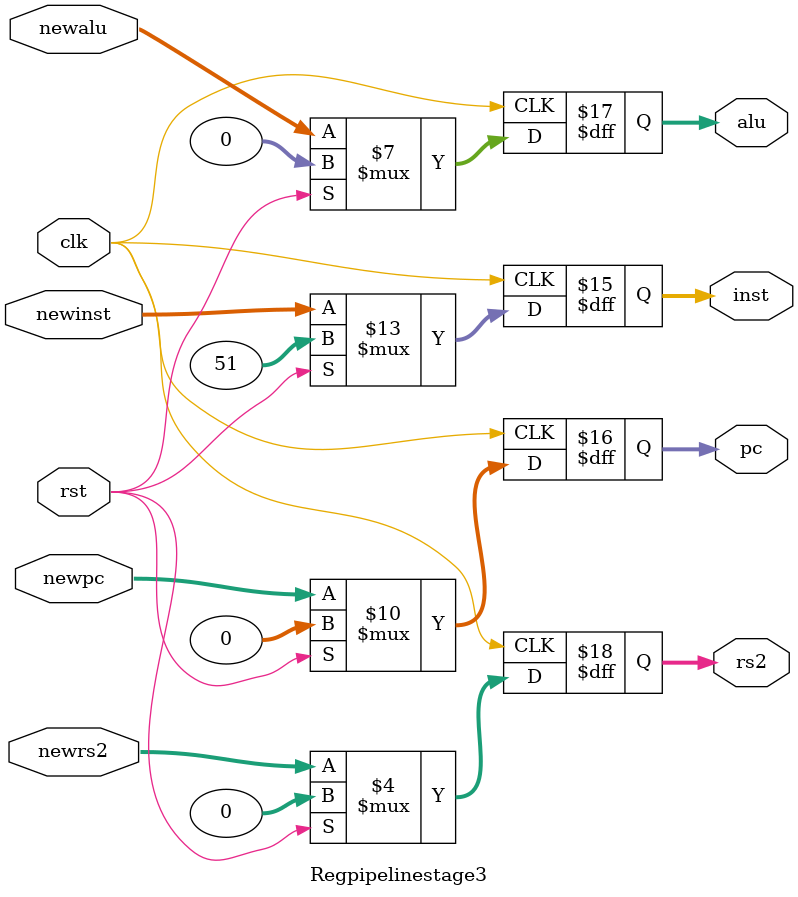
<source format=sv>
module Regpipelinestage3 (clk,rst,newalu,newrs2,newpc,newinst,inst,pc,alu,rs2);
input wire [31:0]newinst,newpc,newalu,newrs2;
input wire clk,rst;
output reg [31:0]inst,pc,alu,rs2;
always@(negedge clk) begin
if (rst==1) begin
	inst<=32'h00000033;
	pc<=0;
	alu<=0;
	rs2<=0;
end
else	begin
	inst<=newinst;
	pc<=newpc;
	alu<=newalu;
	rs2<=newrs2;
end
end
endmodule

</source>
